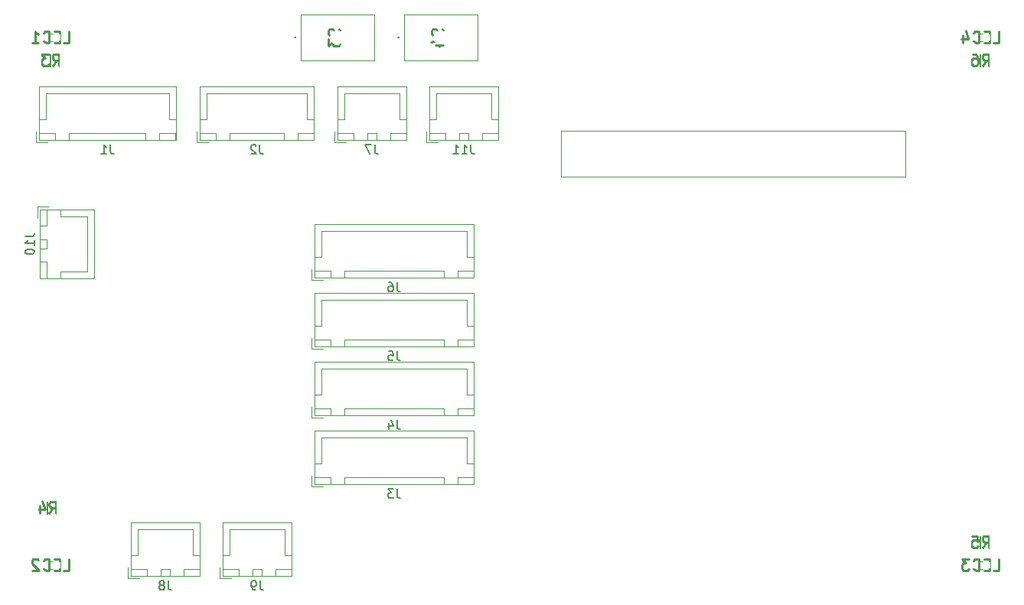
<source format=gbo>
%TF.GenerationSoftware,KiCad,Pcbnew,(5.1.8)-1*%
%TF.CreationDate,2021-03-06T21:29:21+09:00*%
%TF.ProjectId,sub_bord,7375625f-626f-4726-942e-6b696361645f,rev?*%
%TF.SameCoordinates,PX9896800PY660b0c0*%
%TF.FileFunction,Legend,Bot*%
%TF.FilePolarity,Positive*%
%FSLAX46Y46*%
G04 Gerber Fmt 4.6, Leading zero omitted, Abs format (unit mm)*
G04 Created by KiCad (PCBNEW (5.1.8)-1) date 2021-03-06 21:29:21*
%MOMM*%
%LPD*%
G01*
G04 APERTURE LIST*
%ADD10C,0.120000*%
%ADD11C,0.100000*%
%ADD12C,0.200000*%
%ADD13C,0.150000*%
%ADD14C,0.254000*%
%ADD15O,1.700000X1.950000*%
%ADD16O,1.700000X2.000000*%
%ADD17O,2.000000X1.700000*%
%ADD18R,0.800000X0.800000*%
%ADD19R,1.050000X1.800000*%
%ADD20C,1.800000*%
%ADD21C,1.300000*%
%ADD22C,1.635000*%
%ADD23C,1.700000*%
G04 APERTURE END LIST*
D10*
%TO.C,J2*%
X20320000Y51200000D02*
X20320000Y57170000D01*
X20320000Y57170000D02*
X32940000Y57170000D01*
X32940000Y57170000D02*
X32940000Y51200000D01*
X32940000Y51200000D02*
X20320000Y51200000D01*
X23630000Y51210000D02*
X23630000Y51960000D01*
X23630000Y51960000D02*
X29630000Y51960000D01*
X29630000Y51960000D02*
X29630000Y51210000D01*
X29630000Y51210000D02*
X23630000Y51210000D01*
X20330000Y51210000D02*
X20330000Y51960000D01*
X20330000Y51960000D02*
X22130000Y51960000D01*
X22130000Y51960000D02*
X22130000Y51210000D01*
X22130000Y51210000D02*
X20330000Y51210000D01*
X31130000Y51210000D02*
X31130000Y51960000D01*
X31130000Y51960000D02*
X32930000Y51960000D01*
X32930000Y51960000D02*
X32930000Y51210000D01*
X32930000Y51210000D02*
X31130000Y51210000D01*
X20330000Y53460000D02*
X21080000Y53460000D01*
X21080000Y53460000D02*
X21080000Y56410000D01*
X21080000Y56410000D02*
X26630000Y56410000D01*
X32930000Y53460000D02*
X32180000Y53460000D01*
X32180000Y53460000D02*
X32180000Y56410000D01*
X32180000Y56410000D02*
X26630000Y56410000D01*
X21280000Y50910000D02*
X20030000Y50910000D01*
X20030000Y50910000D02*
X20030000Y52160000D01*
%TO.C,J3*%
X32730000Y12810000D02*
X32730000Y14060000D01*
X33980000Y12810000D02*
X32730000Y12810000D01*
X49880000Y18310000D02*
X41830000Y18310000D01*
X49880000Y15360000D02*
X49880000Y18310000D01*
X50630000Y15360000D02*
X49880000Y15360000D01*
X33780000Y18310000D02*
X41830000Y18310000D01*
X33780000Y15360000D02*
X33780000Y18310000D01*
X33030000Y15360000D02*
X33780000Y15360000D01*
X50630000Y13110000D02*
X48830000Y13110000D01*
X50630000Y13860000D02*
X50630000Y13110000D01*
X48830000Y13860000D02*
X50630000Y13860000D01*
X48830000Y13110000D02*
X48830000Y13860000D01*
X34830000Y13110000D02*
X33030000Y13110000D01*
X34830000Y13860000D02*
X34830000Y13110000D01*
X33030000Y13860000D02*
X34830000Y13860000D01*
X33030000Y13110000D02*
X33030000Y13860000D01*
X47330000Y13110000D02*
X36330000Y13110000D01*
X47330000Y13860000D02*
X47330000Y13110000D01*
X36330000Y13860000D02*
X47330000Y13860000D01*
X36330000Y13110000D02*
X36330000Y13860000D01*
X50640000Y13100000D02*
X33020000Y13100000D01*
X50640000Y19070000D02*
X50640000Y13100000D01*
X33020000Y19070000D02*
X50640000Y19070000D01*
X33020000Y13100000D02*
X33020000Y19070000D01*
%TO.C,J4*%
X33020000Y20720000D02*
X33020000Y26690000D01*
X33020000Y26690000D02*
X50640000Y26690000D01*
X50640000Y26690000D02*
X50640000Y20720000D01*
X50640000Y20720000D02*
X33020000Y20720000D01*
X36330000Y20730000D02*
X36330000Y21480000D01*
X36330000Y21480000D02*
X47330000Y21480000D01*
X47330000Y21480000D02*
X47330000Y20730000D01*
X47330000Y20730000D02*
X36330000Y20730000D01*
X33030000Y20730000D02*
X33030000Y21480000D01*
X33030000Y21480000D02*
X34830000Y21480000D01*
X34830000Y21480000D02*
X34830000Y20730000D01*
X34830000Y20730000D02*
X33030000Y20730000D01*
X48830000Y20730000D02*
X48830000Y21480000D01*
X48830000Y21480000D02*
X50630000Y21480000D01*
X50630000Y21480000D02*
X50630000Y20730000D01*
X50630000Y20730000D02*
X48830000Y20730000D01*
X33030000Y22980000D02*
X33780000Y22980000D01*
X33780000Y22980000D02*
X33780000Y25930000D01*
X33780000Y25930000D02*
X41830000Y25930000D01*
X50630000Y22980000D02*
X49880000Y22980000D01*
X49880000Y22980000D02*
X49880000Y25930000D01*
X49880000Y25930000D02*
X41830000Y25930000D01*
X33980000Y20430000D02*
X32730000Y20430000D01*
X32730000Y20430000D02*
X32730000Y21680000D01*
%TO.C,J5*%
X32730000Y28050000D02*
X32730000Y29300000D01*
X33980000Y28050000D02*
X32730000Y28050000D01*
X49880000Y33550000D02*
X41830000Y33550000D01*
X49880000Y30600000D02*
X49880000Y33550000D01*
X50630000Y30600000D02*
X49880000Y30600000D01*
X33780000Y33550000D02*
X41830000Y33550000D01*
X33780000Y30600000D02*
X33780000Y33550000D01*
X33030000Y30600000D02*
X33780000Y30600000D01*
X50630000Y28350000D02*
X48830000Y28350000D01*
X50630000Y29100000D02*
X50630000Y28350000D01*
X48830000Y29100000D02*
X50630000Y29100000D01*
X48830000Y28350000D02*
X48830000Y29100000D01*
X34830000Y28350000D02*
X33030000Y28350000D01*
X34830000Y29100000D02*
X34830000Y28350000D01*
X33030000Y29100000D02*
X34830000Y29100000D01*
X33030000Y28350000D02*
X33030000Y29100000D01*
X47330000Y28350000D02*
X36330000Y28350000D01*
X47330000Y29100000D02*
X47330000Y28350000D01*
X36330000Y29100000D02*
X47330000Y29100000D01*
X36330000Y28350000D02*
X36330000Y29100000D01*
X50640000Y28340000D02*
X33020000Y28340000D01*
X50640000Y34310000D02*
X50640000Y28340000D01*
X33020000Y34310000D02*
X50640000Y34310000D01*
X33020000Y28340000D02*
X33020000Y34310000D01*
%TO.C,J6*%
X33020000Y35960000D02*
X33020000Y41930000D01*
X33020000Y41930000D02*
X50640000Y41930000D01*
X50640000Y41930000D02*
X50640000Y35960000D01*
X50640000Y35960000D02*
X33020000Y35960000D01*
X36330000Y35970000D02*
X36330000Y36720000D01*
X36330000Y36720000D02*
X47330000Y36720000D01*
X47330000Y36720000D02*
X47330000Y35970000D01*
X47330000Y35970000D02*
X36330000Y35970000D01*
X33030000Y35970000D02*
X33030000Y36720000D01*
X33030000Y36720000D02*
X34830000Y36720000D01*
X34830000Y36720000D02*
X34830000Y35970000D01*
X34830000Y35970000D02*
X33030000Y35970000D01*
X48830000Y35970000D02*
X48830000Y36720000D01*
X48830000Y36720000D02*
X50630000Y36720000D01*
X50630000Y36720000D02*
X50630000Y35970000D01*
X50630000Y35970000D02*
X48830000Y35970000D01*
X33030000Y38220000D02*
X33780000Y38220000D01*
X33780000Y38220000D02*
X33780000Y41170000D01*
X33780000Y41170000D02*
X41830000Y41170000D01*
X50630000Y38220000D02*
X49880000Y38220000D01*
X49880000Y38220000D02*
X49880000Y41170000D01*
X49880000Y41170000D02*
X41830000Y41170000D01*
X33980000Y35670000D02*
X32730000Y35670000D01*
X32730000Y35670000D02*
X32730000Y36920000D01*
%TO.C,J7*%
X35560000Y51200000D02*
X35560000Y57170000D01*
X35560000Y57170000D02*
X43180000Y57170000D01*
X43180000Y57170000D02*
X43180000Y51200000D01*
X43180000Y51200000D02*
X35560000Y51200000D01*
X38870000Y51210000D02*
X38870000Y51960000D01*
X38870000Y51960000D02*
X39870000Y51960000D01*
X39870000Y51960000D02*
X39870000Y51210000D01*
X39870000Y51210000D02*
X38870000Y51210000D01*
X35570000Y51210000D02*
X35570000Y51960000D01*
X35570000Y51960000D02*
X37370000Y51960000D01*
X37370000Y51960000D02*
X37370000Y51210000D01*
X37370000Y51210000D02*
X35570000Y51210000D01*
X41370000Y51210000D02*
X41370000Y51960000D01*
X41370000Y51960000D02*
X43170000Y51960000D01*
X43170000Y51960000D02*
X43170000Y51210000D01*
X43170000Y51210000D02*
X41370000Y51210000D01*
X35570000Y53460000D02*
X36320000Y53460000D01*
X36320000Y53460000D02*
X36320000Y56410000D01*
X36320000Y56410000D02*
X39370000Y56410000D01*
X43170000Y53460000D02*
X42420000Y53460000D01*
X42420000Y53460000D02*
X42420000Y56410000D01*
X42420000Y56410000D02*
X39370000Y56410000D01*
X36520000Y50910000D02*
X35270000Y50910000D01*
X35270000Y50910000D02*
X35270000Y52160000D01*
%TO.C,J8*%
X12410000Y2650000D02*
X12410000Y3900000D01*
X13660000Y2650000D02*
X12410000Y2650000D01*
X19560000Y8150000D02*
X16510000Y8150000D01*
X19560000Y5200000D02*
X19560000Y8150000D01*
X20310000Y5200000D02*
X19560000Y5200000D01*
X13460000Y8150000D02*
X16510000Y8150000D01*
X13460000Y5200000D02*
X13460000Y8150000D01*
X12710000Y5200000D02*
X13460000Y5200000D01*
X20310000Y2950000D02*
X18510000Y2950000D01*
X20310000Y3700000D02*
X20310000Y2950000D01*
X18510000Y3700000D02*
X20310000Y3700000D01*
X18510000Y2950000D02*
X18510000Y3700000D01*
X14510000Y2950000D02*
X12710000Y2950000D01*
X14510000Y3700000D02*
X14510000Y2950000D01*
X12710000Y3700000D02*
X14510000Y3700000D01*
X12710000Y2950000D02*
X12710000Y3700000D01*
X17010000Y2950000D02*
X16010000Y2950000D01*
X17010000Y3700000D02*
X17010000Y2950000D01*
X16010000Y3700000D02*
X17010000Y3700000D01*
X16010000Y2950000D02*
X16010000Y3700000D01*
X20320000Y2940000D02*
X12700000Y2940000D01*
X20320000Y8910000D02*
X20320000Y2940000D01*
X12700000Y8910000D02*
X20320000Y8910000D01*
X12700000Y2940000D02*
X12700000Y8910000D01*
%TO.C,J9*%
X22860000Y2940000D02*
X22860000Y8910000D01*
X22860000Y8910000D02*
X30480000Y8910000D01*
X30480000Y8910000D02*
X30480000Y2940000D01*
X30480000Y2940000D02*
X22860000Y2940000D01*
X26170000Y2950000D02*
X26170000Y3700000D01*
X26170000Y3700000D02*
X27170000Y3700000D01*
X27170000Y3700000D02*
X27170000Y2950000D01*
X27170000Y2950000D02*
X26170000Y2950000D01*
X22870000Y2950000D02*
X22870000Y3700000D01*
X22870000Y3700000D02*
X24670000Y3700000D01*
X24670000Y3700000D02*
X24670000Y2950000D01*
X24670000Y2950000D02*
X22870000Y2950000D01*
X28670000Y2950000D02*
X28670000Y3700000D01*
X28670000Y3700000D02*
X30470000Y3700000D01*
X30470000Y3700000D02*
X30470000Y2950000D01*
X30470000Y2950000D02*
X28670000Y2950000D01*
X22870000Y5200000D02*
X23620000Y5200000D01*
X23620000Y5200000D02*
X23620000Y8150000D01*
X23620000Y8150000D02*
X26670000Y8150000D01*
X30470000Y5200000D02*
X29720000Y5200000D01*
X29720000Y5200000D02*
X29720000Y8150000D01*
X29720000Y8150000D02*
X26670000Y8150000D01*
X23820000Y2650000D02*
X22570000Y2650000D01*
X22570000Y2650000D02*
X22570000Y3900000D01*
%TO.C,J10*%
X2350000Y43810000D02*
X3600000Y43810000D01*
X2350000Y42560000D02*
X2350000Y43810000D01*
X7850000Y36660000D02*
X7850000Y39710000D01*
X4900000Y36660000D02*
X7850000Y36660000D01*
X4900000Y35910000D02*
X4900000Y36660000D01*
X7850000Y42760000D02*
X7850000Y39710000D01*
X4900000Y42760000D02*
X7850000Y42760000D01*
X4900000Y43510000D02*
X4900000Y42760000D01*
X2650000Y35910000D02*
X2650000Y37710000D01*
X3400000Y35910000D02*
X2650000Y35910000D01*
X3400000Y37710000D02*
X3400000Y35910000D01*
X2650000Y37710000D02*
X3400000Y37710000D01*
X2650000Y41710000D02*
X2650000Y43510000D01*
X3400000Y41710000D02*
X2650000Y41710000D01*
X3400000Y43510000D02*
X3400000Y41710000D01*
X2650000Y43510000D02*
X3400000Y43510000D01*
X2650000Y39210000D02*
X2650000Y40210000D01*
X3400000Y39210000D02*
X2650000Y39210000D01*
X3400000Y40210000D02*
X3400000Y39210000D01*
X2650000Y40210000D02*
X3400000Y40210000D01*
X2640000Y35900000D02*
X2640000Y43520000D01*
X8610000Y35900000D02*
X2640000Y35900000D01*
X8610000Y43520000D02*
X8610000Y35900000D01*
X2640000Y43520000D02*
X8610000Y43520000D01*
%TO.C,J11*%
X45720000Y51200000D02*
X45720000Y57170000D01*
X45720000Y57170000D02*
X53340000Y57170000D01*
X53340000Y57170000D02*
X53340000Y51200000D01*
X53340000Y51200000D02*
X45720000Y51200000D01*
X49030000Y51210000D02*
X49030000Y51960000D01*
X49030000Y51960000D02*
X50030000Y51960000D01*
X50030000Y51960000D02*
X50030000Y51210000D01*
X50030000Y51210000D02*
X49030000Y51210000D01*
X45730000Y51210000D02*
X45730000Y51960000D01*
X45730000Y51960000D02*
X47530000Y51960000D01*
X47530000Y51960000D02*
X47530000Y51210000D01*
X47530000Y51210000D02*
X45730000Y51210000D01*
X51530000Y51210000D02*
X51530000Y51960000D01*
X51530000Y51960000D02*
X53330000Y51960000D01*
X53330000Y51960000D02*
X53330000Y51210000D01*
X53330000Y51210000D02*
X51530000Y51210000D01*
X45730000Y53460000D02*
X46480000Y53460000D01*
X46480000Y53460000D02*
X46480000Y56410000D01*
X46480000Y56410000D02*
X49530000Y56410000D01*
X53330000Y53460000D02*
X52580000Y53460000D01*
X52580000Y53460000D02*
X52580000Y56410000D01*
X52580000Y56410000D02*
X49530000Y56410000D01*
X46680000Y50910000D02*
X45430000Y50910000D01*
X45430000Y50910000D02*
X45430000Y52160000D01*
D11*
%TO.C,LED1*%
X3630000Y62150000D02*
X4030000Y62150000D01*
X3630000Y62950000D02*
X4030000Y62950000D01*
%TO.C,LED2*%
X4030000Y3730000D02*
X3630000Y3730000D01*
X4030000Y4530000D02*
X3630000Y4530000D01*
%TO.C,LED3*%
X106500000Y4530000D02*
X106900000Y4530000D01*
X106500000Y3730000D02*
X106900000Y3730000D01*
%TO.C,LED4*%
X106500000Y62150000D02*
X106900000Y62150000D01*
X106500000Y62950000D02*
X106900000Y62950000D01*
D12*
%TO.C,R3*%
X3830000Y60710000D02*
X3830000Y59310000D01*
%TO.C,R4*%
X3475000Y11180000D02*
X3475000Y9780000D01*
%TO.C,R5*%
X106700000Y5970000D02*
X106700000Y7370000D01*
%TO.C,R6*%
X106700000Y60710000D02*
X106700000Y59310000D01*
%TO.C,S3*%
X30840000Y62550000D02*
X30840000Y62550000D01*
X30940000Y62550000D02*
X30940000Y62550000D01*
X30840000Y62550000D02*
X30840000Y62550000D01*
D11*
X39645000Y60010000D02*
X31515000Y60010000D01*
X39645000Y65090000D02*
X39645000Y60010000D01*
X31515000Y65090000D02*
X39645000Y65090000D01*
X31515000Y60010000D02*
X31515000Y65090000D01*
D12*
X30940000Y62550000D02*
G75*
G03*
X30840000Y62550000I-50000J0D01*
G01*
X30840000Y62550000D02*
G75*
G03*
X30940000Y62550000I50000J0D01*
G01*
X30940000Y62550000D02*
G75*
G03*
X30840000Y62550000I-50000J0D01*
G01*
D11*
%TO.C,S4*%
X42945000Y60010000D02*
X42945000Y65090000D01*
X42945000Y65090000D02*
X51075000Y65090000D01*
X51075000Y65090000D02*
X51075000Y60010000D01*
X51075000Y60010000D02*
X42945000Y60010000D01*
D12*
X42270000Y62550000D02*
X42270000Y62550000D01*
X42370000Y62550000D02*
X42370000Y62550000D01*
X42270000Y62550000D02*
X42270000Y62550000D01*
X42370000Y62550000D02*
G75*
G03*
X42270000Y62550000I-50000J0D01*
G01*
X42270000Y62550000D02*
G75*
G03*
X42370000Y62550000I50000J0D01*
G01*
X42370000Y62550000D02*
G75*
G03*
X42270000Y62550000I-50000J0D01*
G01*
D10*
%TO.C,U1*%
X60295000Y47180000D02*
X98395000Y47180000D01*
X98395000Y47180000D02*
X98395000Y52260000D01*
X98395000Y52260000D02*
X60295000Y52260000D01*
X60295000Y52260000D02*
X60295000Y47180000D01*
%TO.C,J1*%
X2540000Y51200000D02*
X2540000Y57170000D01*
X2540000Y57170000D02*
X17660000Y57170000D01*
X17660000Y57170000D02*
X17660000Y51200000D01*
X17660000Y51200000D02*
X2540000Y51200000D01*
X5850000Y51210000D02*
X5850000Y51960000D01*
X5850000Y51960000D02*
X14350000Y51960000D01*
X14350000Y51960000D02*
X14350000Y51210000D01*
X14350000Y51210000D02*
X5850000Y51210000D01*
X2550000Y51210000D02*
X2550000Y51960000D01*
X2550000Y51960000D02*
X4350000Y51960000D01*
X4350000Y51960000D02*
X4350000Y51210000D01*
X4350000Y51210000D02*
X2550000Y51210000D01*
X15850000Y51210000D02*
X15850000Y51960000D01*
X15850000Y51960000D02*
X17650000Y51960000D01*
X17650000Y51960000D02*
X17650000Y51210000D01*
X17650000Y51210000D02*
X15850000Y51210000D01*
X2550000Y53460000D02*
X3300000Y53460000D01*
X3300000Y53460000D02*
X3300000Y56410000D01*
X3300000Y56410000D02*
X10100000Y56410000D01*
X17650000Y53460000D02*
X16900000Y53460000D01*
X16900000Y53460000D02*
X16900000Y56410000D01*
X16900000Y56410000D02*
X10100000Y56410000D01*
X3500000Y50910000D02*
X2250000Y50910000D01*
X2250000Y50910000D02*
X2250000Y52160000D01*
%TO.C,J2*%
D13*
X26963333Y50657620D02*
X26963333Y49943334D01*
X27010952Y49800477D01*
X27106190Y49705239D01*
X27249047Y49657620D01*
X27344285Y49657620D01*
X26534761Y50562381D02*
X26487142Y50610000D01*
X26391904Y50657620D01*
X26153809Y50657620D01*
X26058571Y50610000D01*
X26010952Y50562381D01*
X25963333Y50467143D01*
X25963333Y50371905D01*
X26010952Y50229048D01*
X26582380Y49657620D01*
X25963333Y49657620D01*
%TO.C,J3*%
X42163333Y12557620D02*
X42163333Y11843334D01*
X42210952Y11700477D01*
X42306190Y11605239D01*
X42449047Y11557620D01*
X42544285Y11557620D01*
X41782380Y12557620D02*
X41163333Y12557620D01*
X41496666Y12176667D01*
X41353809Y12176667D01*
X41258571Y12129048D01*
X41210952Y12081429D01*
X41163333Y11986191D01*
X41163333Y11748096D01*
X41210952Y11652858D01*
X41258571Y11605239D01*
X41353809Y11557620D01*
X41639523Y11557620D01*
X41734761Y11605239D01*
X41782380Y11652858D01*
%TO.C,J4*%
X42163333Y20177620D02*
X42163333Y19463334D01*
X42210952Y19320477D01*
X42306190Y19225239D01*
X42449047Y19177620D01*
X42544285Y19177620D01*
X41258571Y19844286D02*
X41258571Y19177620D01*
X41496666Y20225239D02*
X41734761Y19510953D01*
X41115714Y19510953D01*
%TO.C,J5*%
X42163333Y27797620D02*
X42163333Y27083334D01*
X42210952Y26940477D01*
X42306190Y26845239D01*
X42449047Y26797620D01*
X42544285Y26797620D01*
X41210952Y27797620D02*
X41687142Y27797620D01*
X41734761Y27321429D01*
X41687142Y27369048D01*
X41591904Y27416667D01*
X41353809Y27416667D01*
X41258571Y27369048D01*
X41210952Y27321429D01*
X41163333Y27226191D01*
X41163333Y26988096D01*
X41210952Y26892858D01*
X41258571Y26845239D01*
X41353809Y26797620D01*
X41591904Y26797620D01*
X41687142Y26845239D01*
X41734761Y26892858D01*
%TO.C,J6*%
X42163333Y35417620D02*
X42163333Y34703334D01*
X42210952Y34560477D01*
X42306190Y34465239D01*
X42449047Y34417620D01*
X42544285Y34417620D01*
X41258571Y35417620D02*
X41449047Y35417620D01*
X41544285Y35370000D01*
X41591904Y35322381D01*
X41687142Y35179524D01*
X41734761Y34989048D01*
X41734761Y34608096D01*
X41687142Y34512858D01*
X41639523Y34465239D01*
X41544285Y34417620D01*
X41353809Y34417620D01*
X41258571Y34465239D01*
X41210952Y34512858D01*
X41163333Y34608096D01*
X41163333Y34846191D01*
X41210952Y34941429D01*
X41258571Y34989048D01*
X41353809Y35036667D01*
X41544285Y35036667D01*
X41639523Y34989048D01*
X41687142Y34941429D01*
X41734761Y34846191D01*
%TO.C,J7*%
X39703333Y50657620D02*
X39703333Y49943334D01*
X39750952Y49800477D01*
X39846190Y49705239D01*
X39989047Y49657620D01*
X40084285Y49657620D01*
X39322380Y50657620D02*
X38655714Y50657620D01*
X39084285Y49657620D01*
%TO.C,J8*%
X16843333Y2397620D02*
X16843333Y1683334D01*
X16890952Y1540477D01*
X16986190Y1445239D01*
X17129047Y1397620D01*
X17224285Y1397620D01*
X16224285Y1969048D02*
X16319523Y2016667D01*
X16367142Y2064286D01*
X16414761Y2159524D01*
X16414761Y2207143D01*
X16367142Y2302381D01*
X16319523Y2350000D01*
X16224285Y2397620D01*
X16033809Y2397620D01*
X15938571Y2350000D01*
X15890952Y2302381D01*
X15843333Y2207143D01*
X15843333Y2159524D01*
X15890952Y2064286D01*
X15938571Y2016667D01*
X16033809Y1969048D01*
X16224285Y1969048D01*
X16319523Y1921429D01*
X16367142Y1873810D01*
X16414761Y1778572D01*
X16414761Y1588096D01*
X16367142Y1492858D01*
X16319523Y1445239D01*
X16224285Y1397620D01*
X16033809Y1397620D01*
X15938571Y1445239D01*
X15890952Y1492858D01*
X15843333Y1588096D01*
X15843333Y1778572D01*
X15890952Y1873810D01*
X15938571Y1921429D01*
X16033809Y1969048D01*
%TO.C,J9*%
X27003333Y2397620D02*
X27003333Y1683334D01*
X27050952Y1540477D01*
X27146190Y1445239D01*
X27289047Y1397620D01*
X27384285Y1397620D01*
X26479523Y1397620D02*
X26289047Y1397620D01*
X26193809Y1445239D01*
X26146190Y1492858D01*
X26050952Y1635715D01*
X26003333Y1826191D01*
X26003333Y2207143D01*
X26050952Y2302381D01*
X26098571Y2350000D01*
X26193809Y2397620D01*
X26384285Y2397620D01*
X26479523Y2350000D01*
X26527142Y2302381D01*
X26574761Y2207143D01*
X26574761Y1969048D01*
X26527142Y1873810D01*
X26479523Y1826191D01*
X26384285Y1778572D01*
X26193809Y1778572D01*
X26098571Y1826191D01*
X26050952Y1873810D01*
X26003333Y1969048D01*
%TO.C,J10*%
X1002380Y40519524D02*
X1716666Y40519524D01*
X1859523Y40567143D01*
X1954761Y40662381D01*
X2002380Y40805239D01*
X2002380Y40900477D01*
X2002380Y39519524D02*
X2002380Y40090953D01*
X2002380Y39805239D02*
X1002380Y39805239D01*
X1145238Y39900477D01*
X1240476Y39995715D01*
X1288095Y40090953D01*
X1002380Y38900477D02*
X1002380Y38805239D01*
X1050000Y38710000D01*
X1097619Y38662381D01*
X1192857Y38614762D01*
X1383333Y38567143D01*
X1621428Y38567143D01*
X1811904Y38614762D01*
X1907142Y38662381D01*
X1954761Y38710000D01*
X2002380Y38805239D01*
X2002380Y38900477D01*
X1954761Y38995715D01*
X1907142Y39043334D01*
X1811904Y39090953D01*
X1621428Y39138572D01*
X1383333Y39138572D01*
X1192857Y39090953D01*
X1097619Y39043334D01*
X1050000Y38995715D01*
X1002380Y38900477D01*
%TO.C,J11*%
X50339523Y50657620D02*
X50339523Y49943334D01*
X50387142Y49800477D01*
X50482380Y49705239D01*
X50625238Y49657620D01*
X50720476Y49657620D01*
X49339523Y49657620D02*
X49910952Y49657620D01*
X49625238Y49657620D02*
X49625238Y50657620D01*
X49720476Y50514762D01*
X49815714Y50419524D01*
X49910952Y50371905D01*
X48387142Y49657620D02*
X48958571Y49657620D01*
X48672857Y49657620D02*
X48672857Y50657620D01*
X48768095Y50514762D01*
X48863333Y50419524D01*
X48958571Y50371905D01*
%TO.C,LED1*%
D14*
X5251190Y61975477D02*
X5855952Y61975477D01*
X5855952Y63245477D01*
X4827857Y62640715D02*
X4404523Y62640715D01*
X4223095Y61975477D02*
X4827857Y61975477D01*
X4827857Y63245477D01*
X4223095Y63245477D01*
X3678809Y61975477D02*
X3678809Y63245477D01*
X3376428Y63245477D01*
X3195000Y63185000D01*
X3074047Y63064048D01*
X3013571Y62943096D01*
X2953095Y62701191D01*
X2953095Y62519762D01*
X3013571Y62277858D01*
X3074047Y62156905D01*
X3195000Y62035953D01*
X3376428Y61975477D01*
X3678809Y61975477D01*
X1743571Y61975477D02*
X2469285Y61975477D01*
X2106428Y61975477D02*
X2106428Y63245477D01*
X2227380Y63064048D01*
X2348333Y62943096D01*
X2469285Y62882620D01*
%TO.C,LED2*%
X5251190Y3555477D02*
X5855952Y3555477D01*
X5855952Y4825477D01*
X4827857Y4220715D02*
X4404523Y4220715D01*
X4223095Y3555477D02*
X4827857Y3555477D01*
X4827857Y4825477D01*
X4223095Y4825477D01*
X3678809Y3555477D02*
X3678809Y4825477D01*
X3376428Y4825477D01*
X3195000Y4765000D01*
X3074047Y4644048D01*
X3013571Y4523096D01*
X2953095Y4281191D01*
X2953095Y4099762D01*
X3013571Y3857858D01*
X3074047Y3736905D01*
X3195000Y3615953D01*
X3376428Y3555477D01*
X3678809Y3555477D01*
X2469285Y4704524D02*
X2408809Y4765000D01*
X2287857Y4825477D01*
X1985476Y4825477D01*
X1864523Y4765000D01*
X1804047Y4704524D01*
X1743571Y4583572D01*
X1743571Y4462620D01*
X1804047Y4281191D01*
X2529761Y3555477D01*
X1743571Y3555477D01*
%TO.C,LED3*%
X108121190Y3555477D02*
X108725952Y3555477D01*
X108725952Y4825477D01*
X107697857Y4220715D02*
X107274523Y4220715D01*
X107093095Y3555477D02*
X107697857Y3555477D01*
X107697857Y4825477D01*
X107093095Y4825477D01*
X106548809Y3555477D02*
X106548809Y4825477D01*
X106246428Y4825477D01*
X106065000Y4765000D01*
X105944047Y4644048D01*
X105883571Y4523096D01*
X105823095Y4281191D01*
X105823095Y4099762D01*
X105883571Y3857858D01*
X105944047Y3736905D01*
X106065000Y3615953D01*
X106246428Y3555477D01*
X106548809Y3555477D01*
X105399761Y4825477D02*
X104613571Y4825477D01*
X105036904Y4341667D01*
X104855476Y4341667D01*
X104734523Y4281191D01*
X104674047Y4220715D01*
X104613571Y4099762D01*
X104613571Y3797381D01*
X104674047Y3676429D01*
X104734523Y3615953D01*
X104855476Y3555477D01*
X105218333Y3555477D01*
X105339285Y3615953D01*
X105399761Y3676429D01*
%TO.C,LED4*%
X108121190Y61975477D02*
X108725952Y61975477D01*
X108725952Y63245477D01*
X107697857Y62640715D02*
X107274523Y62640715D01*
X107093095Y61975477D02*
X107697857Y61975477D01*
X107697857Y63245477D01*
X107093095Y63245477D01*
X106548809Y61975477D02*
X106548809Y63245477D01*
X106246428Y63245477D01*
X106065000Y63185000D01*
X105944047Y63064048D01*
X105883571Y62943096D01*
X105823095Y62701191D01*
X105823095Y62519762D01*
X105883571Y62277858D01*
X105944047Y62156905D01*
X106065000Y62035953D01*
X106246428Y61975477D01*
X106548809Y61975477D01*
X104734523Y62822143D02*
X104734523Y61975477D01*
X105036904Y63305953D02*
X105339285Y62398810D01*
X104553095Y62398810D01*
%TO.C,R3*%
X4041666Y59435477D02*
X4465000Y60040239D01*
X4767380Y59435477D02*
X4767380Y60705477D01*
X4283571Y60705477D01*
X4162619Y60645000D01*
X4102142Y60584524D01*
X4041666Y60463572D01*
X4041666Y60282143D01*
X4102142Y60161191D01*
X4162619Y60100715D01*
X4283571Y60040239D01*
X4767380Y60040239D01*
X3618333Y60705477D02*
X2832142Y60705477D01*
X3255476Y60221667D01*
X3074047Y60221667D01*
X2953095Y60161191D01*
X2892619Y60100715D01*
X2832142Y59979762D01*
X2832142Y59677381D01*
X2892619Y59556429D01*
X2953095Y59495953D01*
X3074047Y59435477D01*
X3436904Y59435477D01*
X3557857Y59495953D01*
X3618333Y59556429D01*
%TO.C,R4*%
X3686666Y9905477D02*
X4110000Y10510239D01*
X4412380Y9905477D02*
X4412380Y11175477D01*
X3928571Y11175477D01*
X3807619Y11115000D01*
X3747142Y11054524D01*
X3686666Y10933572D01*
X3686666Y10752143D01*
X3747142Y10631191D01*
X3807619Y10570715D01*
X3928571Y10510239D01*
X4412380Y10510239D01*
X2598095Y10752143D02*
X2598095Y9905477D01*
X2900476Y11235953D02*
X3202857Y10328810D01*
X2416666Y10328810D01*
%TO.C,R5*%
X106911666Y6095477D02*
X107335000Y6700239D01*
X107637380Y6095477D02*
X107637380Y7365477D01*
X107153571Y7365477D01*
X107032619Y7305000D01*
X106972142Y7244524D01*
X106911666Y7123572D01*
X106911666Y6942143D01*
X106972142Y6821191D01*
X107032619Y6760715D01*
X107153571Y6700239D01*
X107637380Y6700239D01*
X105762619Y7365477D02*
X106367380Y7365477D01*
X106427857Y6760715D01*
X106367380Y6821191D01*
X106246428Y6881667D01*
X105944047Y6881667D01*
X105823095Y6821191D01*
X105762619Y6760715D01*
X105702142Y6639762D01*
X105702142Y6337381D01*
X105762619Y6216429D01*
X105823095Y6155953D01*
X105944047Y6095477D01*
X106246428Y6095477D01*
X106367380Y6155953D01*
X106427857Y6216429D01*
%TO.C,R6*%
X106911666Y59435477D02*
X107335000Y60040239D01*
X107637380Y59435477D02*
X107637380Y60705477D01*
X107153571Y60705477D01*
X107032619Y60645000D01*
X106972142Y60584524D01*
X106911666Y60463572D01*
X106911666Y60282143D01*
X106972142Y60161191D01*
X107032619Y60100715D01*
X107153571Y60040239D01*
X107637380Y60040239D01*
X105823095Y60705477D02*
X106065000Y60705477D01*
X106185952Y60645000D01*
X106246428Y60584524D01*
X106367380Y60403096D01*
X106427857Y60161191D01*
X106427857Y59677381D01*
X106367380Y59556429D01*
X106306904Y59495953D01*
X106185952Y59435477D01*
X105944047Y59435477D01*
X105823095Y59495953D01*
X105762619Y59556429D01*
X105702142Y59677381D01*
X105702142Y59979762D01*
X105762619Y60100715D01*
X105823095Y60161191D01*
X105944047Y60221667D01*
X106185952Y60221667D01*
X106306904Y60161191D01*
X106367380Y60100715D01*
X106427857Y59979762D01*
%TO.C,S3*%
X35757047Y63517620D02*
X35817523Y63336191D01*
X35817523Y63033810D01*
X35757047Y62912858D01*
X35696571Y62852381D01*
X35575619Y62791905D01*
X35454666Y62791905D01*
X35333714Y62852381D01*
X35273238Y62912858D01*
X35212761Y63033810D01*
X35152285Y63275715D01*
X35091809Y63396667D01*
X35031333Y63457143D01*
X34910380Y63517620D01*
X34789428Y63517620D01*
X34668476Y63457143D01*
X34608000Y63396667D01*
X34547523Y63275715D01*
X34547523Y62973334D01*
X34608000Y62791905D01*
X34547523Y62368572D02*
X34547523Y61582381D01*
X35031333Y62005715D01*
X35031333Y61824286D01*
X35091809Y61703334D01*
X35152285Y61642858D01*
X35273238Y61582381D01*
X35575619Y61582381D01*
X35696571Y61642858D01*
X35757047Y61703334D01*
X35817523Y61824286D01*
X35817523Y62187143D01*
X35757047Y62308096D01*
X35696571Y62368572D01*
%TO.C,S4*%
X47187047Y63517620D02*
X47247523Y63336191D01*
X47247523Y63033810D01*
X47187047Y62912858D01*
X47126571Y62852381D01*
X47005619Y62791905D01*
X46884666Y62791905D01*
X46763714Y62852381D01*
X46703238Y62912858D01*
X46642761Y63033810D01*
X46582285Y63275715D01*
X46521809Y63396667D01*
X46461333Y63457143D01*
X46340380Y63517620D01*
X46219428Y63517620D01*
X46098476Y63457143D01*
X46038000Y63396667D01*
X45977523Y63275715D01*
X45977523Y62973334D01*
X46038000Y62791905D01*
X46400857Y61703334D02*
X47247523Y61703334D01*
X45917047Y62005715D02*
X46824190Y62308096D01*
X46824190Y61521905D01*
%TO.C,J1*%
D13*
X10433333Y50657620D02*
X10433333Y49943334D01*
X10480952Y49800477D01*
X10576190Y49705239D01*
X10719047Y49657620D01*
X10814285Y49657620D01*
X9433333Y49657620D02*
X10004761Y49657620D01*
X9719047Y49657620D02*
X9719047Y50657620D01*
X9814285Y50514762D01*
X9909523Y50419524D01*
X10004761Y50371905D01*
%TD*%
%LPC*%
%TO.C,J2*%
G36*
G01*
X22030000Y52935000D02*
X22030000Y54385000D01*
G75*
G02*
X22280000Y54635000I250000J0D01*
G01*
X23480000Y54635000D01*
G75*
G02*
X23730000Y54385000I0J-250000D01*
G01*
X23730000Y52935000D01*
G75*
G02*
X23480000Y52685000I-250000J0D01*
G01*
X22280000Y52685000D01*
G75*
G02*
X22030000Y52935000I0J250000D01*
G01*
G37*
D15*
X25380000Y53660000D03*
X27880000Y53660000D03*
X30380000Y53660000D03*
%TD*%
%TO.C,J3*%
X48080000Y15560000D03*
X45580000Y15560000D03*
X43080000Y15560000D03*
X40580000Y15560000D03*
X38080000Y15560000D03*
G36*
G01*
X34730000Y14835000D02*
X34730000Y16285000D01*
G75*
G02*
X34980000Y16535000I250000J0D01*
G01*
X36180000Y16535000D01*
G75*
G02*
X36430000Y16285000I0J-250000D01*
G01*
X36430000Y14835000D01*
G75*
G02*
X36180000Y14585000I-250000J0D01*
G01*
X34980000Y14585000D01*
G75*
G02*
X34730000Y14835000I0J250000D01*
G01*
G37*
%TD*%
%TO.C,J4*%
G36*
G01*
X34730000Y22455000D02*
X34730000Y23905000D01*
G75*
G02*
X34980000Y24155000I250000J0D01*
G01*
X36180000Y24155000D01*
G75*
G02*
X36430000Y23905000I0J-250000D01*
G01*
X36430000Y22455000D01*
G75*
G02*
X36180000Y22205000I-250000J0D01*
G01*
X34980000Y22205000D01*
G75*
G02*
X34730000Y22455000I0J250000D01*
G01*
G37*
X38080000Y23180000D03*
X40580000Y23180000D03*
X43080000Y23180000D03*
X45580000Y23180000D03*
X48080000Y23180000D03*
%TD*%
%TO.C,J5*%
X48080000Y30800000D03*
X45580000Y30800000D03*
X43080000Y30800000D03*
X40580000Y30800000D03*
X38080000Y30800000D03*
G36*
G01*
X34730000Y30075000D02*
X34730000Y31525000D01*
G75*
G02*
X34980000Y31775000I250000J0D01*
G01*
X36180000Y31775000D01*
G75*
G02*
X36430000Y31525000I0J-250000D01*
G01*
X36430000Y30075000D01*
G75*
G02*
X36180000Y29825000I-250000J0D01*
G01*
X34980000Y29825000D01*
G75*
G02*
X34730000Y30075000I0J250000D01*
G01*
G37*
%TD*%
%TO.C,J6*%
G36*
G01*
X34730000Y37695000D02*
X34730000Y39145000D01*
G75*
G02*
X34980000Y39395000I250000J0D01*
G01*
X36180000Y39395000D01*
G75*
G02*
X36430000Y39145000I0J-250000D01*
G01*
X36430000Y37695000D01*
G75*
G02*
X36180000Y37445000I-250000J0D01*
G01*
X34980000Y37445000D01*
G75*
G02*
X34730000Y37695000I0J250000D01*
G01*
G37*
X38080000Y38420000D03*
X40580000Y38420000D03*
X43080000Y38420000D03*
X45580000Y38420000D03*
X48080000Y38420000D03*
%TD*%
%TO.C,J7*%
G36*
G01*
X37270000Y52910000D02*
X37270000Y54410000D01*
G75*
G02*
X37520000Y54660000I250000J0D01*
G01*
X38720000Y54660000D01*
G75*
G02*
X38970000Y54410000I0J-250000D01*
G01*
X38970000Y52910000D01*
G75*
G02*
X38720000Y52660000I-250000J0D01*
G01*
X37520000Y52660000D01*
G75*
G02*
X37270000Y52910000I0J250000D01*
G01*
G37*
D16*
X40620000Y53660000D03*
%TD*%
%TO.C,J8*%
X17760000Y5400000D03*
G36*
G01*
X14410000Y4650000D02*
X14410000Y6150000D01*
G75*
G02*
X14660000Y6400000I250000J0D01*
G01*
X15860000Y6400000D01*
G75*
G02*
X16110000Y6150000I0J-250000D01*
G01*
X16110000Y4650000D01*
G75*
G02*
X15860000Y4400000I-250000J0D01*
G01*
X14660000Y4400000D01*
G75*
G02*
X14410000Y4650000I0J250000D01*
G01*
G37*
%TD*%
%TO.C,J9*%
G36*
G01*
X24570000Y4650000D02*
X24570000Y6150000D01*
G75*
G02*
X24820000Y6400000I250000J0D01*
G01*
X26020000Y6400000D01*
G75*
G02*
X26270000Y6150000I0J-250000D01*
G01*
X26270000Y4650000D01*
G75*
G02*
X26020000Y4400000I-250000J0D01*
G01*
X24820000Y4400000D01*
G75*
G02*
X24570000Y4650000I0J250000D01*
G01*
G37*
X27920000Y5400000D03*
%TD*%
D17*
%TO.C,J10*%
X5100000Y38460000D03*
G36*
G01*
X4350000Y41810000D02*
X5850000Y41810000D01*
G75*
G02*
X6100000Y41560000I0J-250000D01*
G01*
X6100000Y40360000D01*
G75*
G02*
X5850000Y40110000I-250000J0D01*
G01*
X4350000Y40110000D01*
G75*
G02*
X4100000Y40360000I0J250000D01*
G01*
X4100000Y41560000D01*
G75*
G02*
X4350000Y41810000I250000J0D01*
G01*
G37*
%TD*%
%TO.C,J11*%
G36*
G01*
X47430000Y52910000D02*
X47430000Y54410000D01*
G75*
G02*
X47680000Y54660000I250000J0D01*
G01*
X48880000Y54660000D01*
G75*
G02*
X49130000Y54410000I0J-250000D01*
G01*
X49130000Y52910000D01*
G75*
G02*
X48880000Y52660000I-250000J0D01*
G01*
X47680000Y52660000D01*
G75*
G02*
X47430000Y52910000I0J250000D01*
G01*
G37*
D16*
X50780000Y53660000D03*
%TD*%
D18*
%TO.C,LED1*%
X4580000Y62550000D03*
X3080000Y62550000D03*
%TD*%
%TO.C,LED2*%
X4580000Y4130000D03*
X3080000Y4130000D03*
%TD*%
%TO.C,LED3*%
X105950000Y4130000D03*
X107450000Y4130000D03*
%TD*%
%TO.C,LED4*%
X107450000Y62550000D03*
X105950000Y62550000D03*
%TD*%
D19*
%TO.C,R3*%
X5380000Y60010000D03*
X2280000Y60010000D03*
%TD*%
%TO.C,R4*%
X1925000Y10480000D03*
X5025000Y10480000D03*
%TD*%
%TO.C,R5*%
X108250000Y6670000D03*
X105150000Y6670000D03*
%TD*%
%TO.C,R6*%
X108250000Y60010000D03*
X105150000Y60010000D03*
%TD*%
D20*
%TO.C,S1*%
X15895000Y16195000D03*
X28395000Y16195000D03*
X15895000Y21195000D03*
X28395000Y21195000D03*
D21*
X18335000Y13615000D03*
X25955000Y23775000D03*
%TD*%
%TO.C,S2*%
X25955000Y41555000D03*
X18335000Y31395000D03*
D20*
X28395000Y38975000D03*
X15895000Y38975000D03*
X28395000Y33975000D03*
X15895000Y33975000D03*
%TD*%
D22*
%TO.C,S3*%
X38120000Y62550000D03*
X35580000Y62550000D03*
X33040000Y62550000D03*
%TD*%
%TO.C,S4*%
X44470000Y62550000D03*
X47010000Y62550000D03*
X49550000Y62550000D03*
%TD*%
D23*
%TO.C,U1*%
X97125000Y50990000D03*
X94585000Y50990000D03*
X92045000Y50990000D03*
X89505000Y50990000D03*
X86965000Y50990000D03*
X84425000Y50990000D03*
X81885000Y50990000D03*
X79345000Y50990000D03*
X76805000Y50990000D03*
X74265000Y50990000D03*
X71725000Y50990000D03*
X69185000Y50990000D03*
X66645000Y50990000D03*
X64105000Y50990000D03*
X61565000Y50990000D03*
X97125000Y48450000D03*
X94585000Y48450000D03*
X92045000Y48450000D03*
X89505000Y48450000D03*
X86965000Y48450000D03*
X84425000Y48450000D03*
X81885000Y48450000D03*
X79345000Y48450000D03*
X76805000Y48450000D03*
X74265000Y48450000D03*
X71725000Y48450000D03*
X69185000Y48450000D03*
X66645000Y48450000D03*
X64105000Y48450000D03*
X61565000Y48450000D03*
%TD*%
%TO.C,J1*%
G36*
G01*
X4250000Y52935000D02*
X4250000Y54385000D01*
G75*
G02*
X4500000Y54635000I250000J0D01*
G01*
X5700000Y54635000D01*
G75*
G02*
X5950000Y54385000I0J-250000D01*
G01*
X5950000Y52935000D01*
G75*
G02*
X5700000Y52685000I-250000J0D01*
G01*
X4500000Y52685000D01*
G75*
G02*
X4250000Y52935000I0J250000D01*
G01*
G37*
D15*
X7600000Y53660000D03*
X10100000Y53660000D03*
X12600000Y53660000D03*
X15100000Y53660000D03*
%TD*%
M02*

</source>
